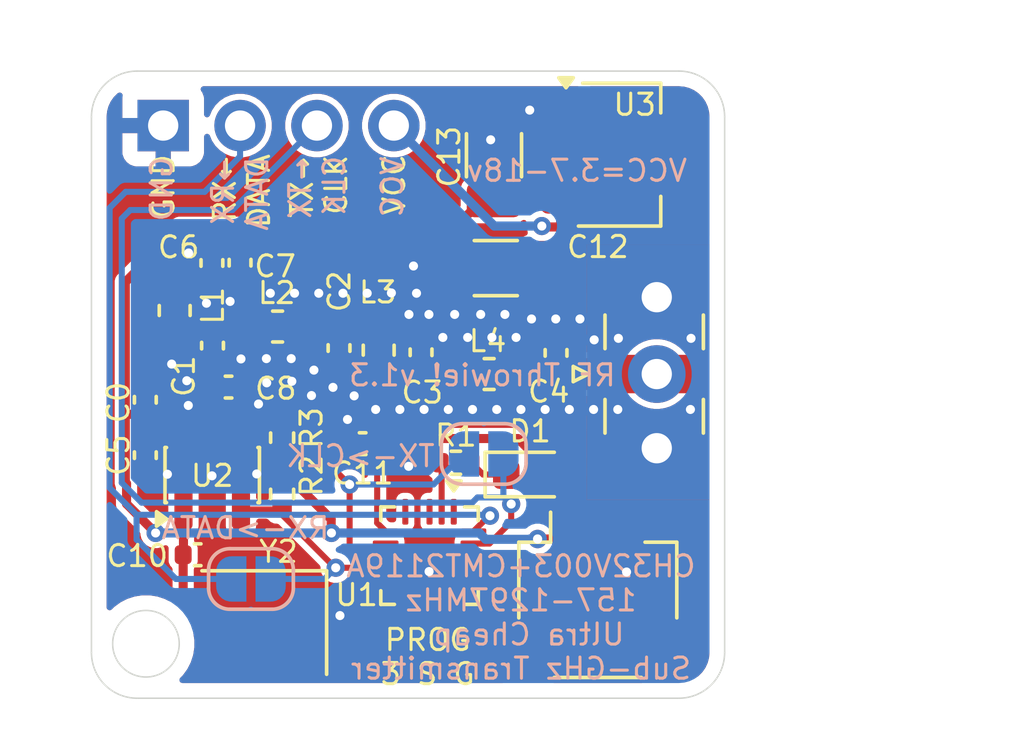
<source format=kicad_pcb>
(kicad_pcb (version 20241229) (generator "pcbnew") (generator_version "9.0")
  (layers (0 "F.Cu" signal) (2 "B.Cu" signal) (13 "F.Paste" user) (15 "B.Paste" user) (5 "F.SilkS" user "F.Silkscreen") (7 "B.SilkS" user "B.Silkscreen") (1 "F.Mask" user) (3 "B.Mask" user) (25 "Edge.Cuts" user))
  (net 0 "")
  (net 1 "VCC")
  (net 2 "GND")
  (net 3 "SWIO")
  (net 5 "Net-(U1-PA1)")
  (net 8 "TX")
  (net 9 "DATA")
  (net 10 "CLK")
  (net 13 "RX")
  (net 20 "+3.3V")
  (net 22 "Net-(U2-RFO)")
  (net 23 "Net-(U2-XTAL)")
  (net 24 "Net-(C1-Pad2)")
  (net 25 "Net-(C2-Pad1)")
  (net 26 "Net-(C3-Pad1)")
  (net 27 "Net-(J2-In)")
  (net 28 "Net-(D1-K)")
  (footprint "Resistor_SMD:R_0402_1005Metric" (layer "F.Cu") (at 139.05 95.08 180)
    (property "Reference" "R1" (at 0 0.9 0) (layer "F.SilkS") (effects (font (size 0.7 0.7) (thickness 0.1))))
    (property "Value" "1.5k")
    (fp_line (start -0.153641 0.38) (end 0.153641 0.38) (stroke (width 0.12)) (layer "F.SilkS"))
    (fp_line (start -0.153641 -0.38) (end 0.153641 -0.38) (stroke (width 0.12)) (layer "F.SilkS"))
    (pad "1" smd roundrect (at -0.51 0 180) (size 0.54 0.64) (layers "F.Cu" "F.Mask" "F.Paste") (net 28 "Net-(D1-K)"))
    (pad "2" smd roundrect (at 0.51 0 180) (size 0.54 0.64) (layers "F.Cu" "F.Mask" "F.Paste") (net 5 "Net-(U1-PA1)"))
  )
  (footprint "Connector_PinHeader_2.54mm:PinHeader_1x04_P2.54mm_Vertical" (layer "F.Cu") (at 129.38 83.94 90)
    (property "Reference" "J1" (hide yes))
    (property "Value" "PWR+UART")
    (pad "1" thru_hole rect (at 0 0 90) (size 1.7 1.7) (drill 1) (layers "*.Cu" "*.Mask") (net 2 "GND"))
    (pad "2" thru_hole circle (at 0 2.54 90) (size 1.7 1.7) (drill 1) (layers "*.Cu" "*.Mask") (net 13 "RX"))
    (pad "3" thru_hole circle (at 0 5.08 90) (size 1.7 1.7) (drill 1) (layers "*.Cu" "*.Mask") (net 8 "TX"))
    (pad "4" thru_hole circle (at 0 7.62 90) (size 1.7 1.7) (drill 1) (layers "*.Cu" "*.Mask") (net 1 "VCC"))
  )
  (footprint "Connector_JST:JST_SH_SM03B-SRSS-TB_1x03-1MP_P1.00mm_Horizontal" (layer "F.Cu") (at 143.74 99.49)
    (property "Reference" "J4" (hide yes))
    (property "Value" "PROG")
    (fp_line (start -2.61 -1.785) (end -1.56 -1.785) (stroke (width 0.12)) (layer "F.SilkS"))
    (fp_line (start -2.61 0.715) (end -2.61 -1.785) (stroke (width 0.12)) (layer "F.SilkS"))
    (fp_line (start -1.56 -1.785) (end -1.56 -2.775) (stroke (width 0.12)) (layer "F.SilkS"))
    (fp_line (start -1.44 2.685) (end 1.44 2.685) (stroke (width 0.12)) (layer "F.SilkS"))
    (fp_line (start 2.61 -1.785) (end 1.56 -1.785) (stroke (width 0.12)) (layer "F.SilkS"))
    (fp_line (start 2.61 0.715) (end 2.61 -1.785) (stroke (width 0.12)) (layer "F.SilkS"))
    (pad "1" smd roundrect (at -1 -2) (size 0.6 1.55) (layers "F.Cu" "F.Mask" "F.Paste") (net 20 "+3.3V"))
    (pad "2" smd roundrect (at 0 -2) (size 0.6 1.55) (layers "F.Cu" "F.Mask" "F.Paste") (net 3 "SWIO"))
    (pad "3" smd roundrect (at 1 -2) (size 0.6 1.55) (layers "F.Cu" "F.Mask" "F.Paste") (net 2 "GND"))
    (pad "MP" smd roundrect (at -2.3 1.875) (size 1.2 1.8) (layers "F.Cu" "F.Mask" "F.Paste") (roundrect_rratio 0.208333))
    (pad "MP" smd roundrect (at 2.3 1.875) (size 1.2 1.8) (layers "F.Cu" "F.Mask" "F.Paste") (roundrect_rratio 0.208333))
  )
  (footprint "Inductor_SMD:L_0603_1608Metric" (layer "F.Cu") (at 133.16 90.58)
    (property "Reference" "L2" (at -0.03 -1.11 0) (layer "F.SilkS") (effects (font (size 0.7 0.7) (thickness 0.1))))
    (property "Value" "5.6n")
    (fp_line (start -0.162779 -0.51) (end 0.162779 -0.51) (stroke (width 0.12)) (layer "F.SilkS"))
    (fp_line (start -0.162779 0.51) (end 0.162779 0.51) (stroke (width 0.12)) (layer "F.SilkS"))
    (pad "1" smd roundrect (at -0.7875 0) (size 0.875 0.95) (layers "F.Cu" "F.Mask" "F.Paste") (net 24 "Net-(C1-Pad2)"))
    (pad "2" smd roundrect (at 0.7875 0) (size 0.875 0.95) (layers "F.Cu" "F.Mask" "F.Paste") (net 25 "Net-(C2-Pad1)"))
  )
  (footprint "Capacitor_SMD:C_0402_1005Metric" (layer "F.Cu") (at 135.97 94.45 180)
    (property "Reference" "C11" (at 0 -0.98 180) (layer "F.SilkS") (effects (font (size 0.7 0.7) (thickness 0.1))))
    (property "Value" "1u")
    (fp_line (start -0.107836 0.36) (end 0.107836 0.36) (stroke (width 0.12)) (layer "F.SilkS"))
    (fp_line (start -0.107836 -0.36) (end 0.107836 -0.36) (stroke (width 0.12)) (layer "F.SilkS"))
    (pad "1" smd roundrect (at -0.48 0 180) (size 0.56 0.62) (layers "F.Cu" "F.Mask" "F.Paste") (net 20 "+3.3V"))
    (pad "2" smd roundrect (at 0.48 0 180) (size 0.56 0.62) (layers "F.Cu" "F.Mask" "F.Paste") (net 2 "GND"))
  )
  (footprint "Resistor_SMD:R_0402_1005Metric" (layer "F.Cu") (at 133.31 94.25 90)
    (property "Reference" "R3" (at 0.32 0.97 90) (layer "F.SilkS") (effects (font (size 0.7 0.7) (thickness 0.1))))
    (property "Value" "1.5k")
    (fp_line (start -0.153641 -0.38) (end 0.153641 -0.38) (stroke (width 0.12)) (layer "F.SilkS"))
    (fp_line (start -0.153641 0.38) (end 0.153641 0.38) (stroke (width 0.12)) (layer "F.SilkS"))
    (pad "1" smd roundrect (at -0.51 0 90) (size 0.54 0.64) (layers "F.Cu" "F.Mask" "F.Paste") (net 20 "+3.3V"))
    (pad "2" smd roundrect (at 0.51 0 90) (size 0.54 0.64) (layers "F.Cu" "F.Mask" "F.Paste") (net 10 "CLK"))
  )
  (footprint "Package_TO_SOT_SMD:SOT-89-3" (layer "F.Cu") (at 144.46 84.9)
    (property "Reference" "U3" (at 0.5 -1.65 0) (layer "F.SilkS") (effects (font (size 0.7 0.7) (thickness 0.1))))
    (property "Value" "ME6118A33PG")
    (fp_line (start -1.22 -2.36) (end 1.36 -2.36) (stroke (width 0.12)) (layer "F.SilkS"))
    (fp_line (start 1.36 -1.38) (end 1.36 -2.36) (stroke (width 0.12)) (layer "F.SilkS"))
    (fp_line (start 1.36 1.38) (end 1.36 2.36) (stroke (width 0.12)) (layer "F.SilkS"))
    (fp_line (start 1.36 2.36) (end -1.36 2.36) (stroke (width 0.12)) (layer "F.SilkS"))
    (fp_poly (pts (xy -1.77 -2.21) (xy -2.01 -2.54) (xy -1.53 -2.54) (xy -1.77 -2.21)) (stroke (width 0.12)) (fill yes) (layer "F.SilkS"))
    (pad "1" smd roundrect (at -1.95 -1.5) (size 1.3 0.9) (layers "F.Cu" "F.Mask" "F.Paste") (net 2 "GND"))
    (pad "2" smd custom (at -1.8625 0) (size 1.475 0.9) (layers "F.Cu" "F.Mask" "F.Paste") (net 20 "+3.3V") (options (clearance outline) (anchor rect)) (primitives (gr_poly (pts (xy 3.8625 0.8665) (xy 0.7375 0.8665) (xy 0.7375 -0.8665) (xy 3.8625 -0.8665)) (width 0) (fill yes))))
    (pad "3" smd roundrect (at -1.95 1.5) (size 1.3 0.9) (layers "F.Cu" "F.Mask" "F.Paste") (net 1 "VCC"))
  )
  (footprint "Capacitor_SMD:C_1206_3216Metric" (layer "F.Cu") (at 140.31 84.92 90)
    (property "Reference" "C13" (at -0.05 -1.48 270) (layer "F.SilkS") (effects (font (size 0.7 0.7) (thickness 0.1))))
    (property "Value" "10u")
    (fp_line (start -0.711252 -0.91) (end 0.711252 -0.91) (stroke (width 0.12)) (layer "F.SilkS"))
    (fp_line (start -0.711252 0.91) (end 0.711252 0.91) (stroke (width 0.12)) (layer "F.SilkS"))
    (pad "1" smd roundrect (at -1.475 0 90) (size 1.15 1.8) (layers "F.Cu" "F.Mask" "F.Paste") (roundrect_rratio 0.217391) (net 20 "+3.3V"))
    (pad "2" smd roundrect (at 1.475 0 90) (size 1.15 1.8) (layers "F.Cu" "F.Mask" "F.Paste") (roundrect_rratio 0.217391) (net 2 "GND"))
  )
  (footprint "Capacitor_SMD:C_0402_1005Metric" (layer "F.Cu") (at 142.36 91.45 90)
    (property "Reference" "C4" (at -1.28 -0.24 180) (layer "F.SilkS") (effects (font (size 0.7 0.7) (thickness 0.1))))
    (property "Value" "DNP")
    (fp_line (start -0.107836 -0.36) (end 0.107836 -0.36) (stroke (width 0.12)) (layer "F.SilkS"))
    (fp_line (start -0.107836 0.36) (end 0.107836 0.36) (stroke (width 0.12)) (layer "F.SilkS"))
    (pad "1" smd roundrect (at -0.48 0 90) (size 0.56 0.62) (layers "F.Cu" "F.Mask" "F.Paste") (net 27 "Net-(J2-In)"))
    (pad "2" smd roundrect (at 0.48 0 90) (size 0.56 0.62) (layers "F.Cu" "F.Mask" "F.Paste") (net 2 "GND"))
  )
  (footprint "Package_TO_SOT_SMD:SOT-23-6" (layer "F.Cu") (at 131 95.4875 90)
    (property "Reference" "U2" (at -0.0225 0 180) (layer "F.SilkS") (effects (font (size 0.7 0.7) (thickness 0.1))))
    (property "Value" "CMT2119A")
    (fp_line (start 0.91 -1.56) (end 0.91 -1.51) (stroke (width 0.12)) (layer "F.SilkS"))
    (fp_line (start -0.91 -1.56) (end 0.91 -1.56) (stroke (width 0.12)) (layer "F.SilkS"))
    (fp_line (start -0.91 -1.51) (end -0.91 -1.56) (stroke (width 0.12)) (layer "F.SilkS"))
    (fp_line (start 0.91 1.51) (end 0.91 1.56) (stroke (width 0.12)) (layer "F.SilkS"))
    (fp_line (start 0.91 1.56) (end -0.91 1.56) (stroke (width 0.12)) (layer "F.SilkS"))
    (fp_line (start -0.91 1.56) (end -0.91 1.51) (stroke (width 0.12)) (layer "F.SilkS"))
    (fp_poly (pts (xy -1.45 -1.51) (xy -1.69 -1.84) (xy -1.21 -1.84)) (stroke (width 0.12)) (fill yes) (layer "F.SilkS"))
    (pad "1" smd roundrect (at -1.1375 -0.95 90) (size 1.325 0.6) (layers "F.Cu" "F.Mask" "F.Paste") (net 23 "Net-(U2-XTAL)"))
    (pad "2" smd roundrect (at -1.1375 0 90) (size 1.325 0.6) (layers "F.Cu" "F.Mask" "F.Paste") (net 2 "GND"))
    (pad "3" smd roundrect (at -1.1375 0.95 90) (size 1.325 0.6) (layers "F.Cu" "F.Mask" "F.Paste") (net 9 "DATA"))
    (pad "4" smd roundrect (at 1.1375 0.95 90) (size 1.325 0.6) (layers "F.Cu" "F.Mask" "F.Paste") (net 10 "CLK"))
    (pad "5" smd roundrect (at 1.1375 0 90) (size 1.325 0.6) (layers "F.Cu" "F.Mask" "F.Paste") (net 22 "Net-(U2-RFO)"))
    (pad "6" smd roundrect (at 1.1375 -0.95 90) (size 1.325 0.6) (layers "F.Cu" "F.Mask" "F.Paste") (net 20 "+3.3V"))
  )
  (footprint "Capacitor_SMD:C_0402_1005Metric" (layer "F.Cu") (at 135.19 91.29 -90)
    (property "Reference" "C2" (at -1.87 -0.01 90) (layer "F.SilkS") (effects (font (size 0.7 0.7) (thickness 0.1))))
    (property "Value" "10p")
    (fp_line (start -0.107836 0.36) (end 0.107836 0.36) (stroke (width 0.12)) (layer "F.SilkS"))
    (fp_line (start -0.107836 -0.36) (end 0.107836 -0.36) (stroke (width 0.12)) (layer "F.SilkS"))
    (pad "1" smd roundrect (at -0.48 0 270) (size 0.56 0.62) (layers "F.Cu" "F.Mask" "F.Paste") (net 25 "Net-(C2-Pad1)"))
    (pad "2" smd roundrect (at 0.48 0 270) (size 0.56 0.62) (layers "F.Cu" "F.Mask" "F.Paste") (net 2 "GND"))
  )
  (footprint "Resistor_SMD:R_0402_1005Metric" (layer "F.Cu") (at 133.31 96.11 -90)
    (property "Reference" "R2" (at -0.6 -0.97 90) (layer "F.SilkS") (effects (font (size 0.7 0.7) (thickness 0.1))))
    (property "Value" "1.5k")
    (fp_line (start -0.153641 0.38) (end 0.153641 0.38) (stroke (width 0.12)) (layer "F.SilkS"))
    (fp_line (start -0.153641 -0.38) (end 0.153641 -0.38) (stroke (width 0.12)) (layer "F.SilkS"))
    (pad "1" smd roundrect (at -0.51 0 270) (size 0.54 0.64) (layers "F.Cu" "F.Mask" "F.Paste") (net 20 "+3.3V"))
    (pad "2" smd roundrect (at 0.51 0 270) (size 0.54 0.64) (layers "F.Cu" "F.Mask" "F.Paste") (net 9 "DATA"))
  )
  (footprint "Capacitor_SMD:C_0402_1005Metric" (layer "F.Cu") (at 130.99 88.48 90)
    (property "Reference" "C6" (at 0.52 -1.1 180) (layer "F.SilkS") (effects (font (size 0.7 0.7) (thickness 0.1))))
    (property "Value" "220p")
    (fp_line (start -0.107836 -0.36) (end 0.107836 -0.36) (stroke (width 0.12)) (layer "F.SilkS"))
    (fp_line (start -0.107836 0.36) (end 0.107836 0.36) (stroke (width 0.12)) (layer "F.SilkS"))
    (pad "1" smd roundrect (at -0.48 0 90) (size 0.56 0.62) (layers "F.Cu" "F.Mask" "F.Paste") (net 20 "+3.3V"))
    (pad "2" smd roundrect (at 0.48 0 90) (size 0.56 0.62) (layers "F.Cu" "F.Mask" "F.Paste") (net 2 "GND"))
  )
  (footprint "Capacitor_SMD:C_0402_1005Metric" (layer "F.Cu") (at 130.52 98.12)
    (property "Reference" "C10" (at -2 0.04 0) (layer "F.SilkS") (effects (font (size 0.7 0.7) (thickness 0.1))))
    (property "Value" "DNP")
    (fp_line (start -0.107836 -0.36) (end 0.107836 -0.36) (stroke (width 0.12)) (layer "F.SilkS"))
    (fp_line (start -0.107836 0.36) (end 0.107836 0.36) (stroke (width 0.12)) (layer "F.SilkS"))
    (pad "1" smd roundrect (at -0.48 0) (size 0.56 0.62) (layers "F.Cu" "F.Mask" "F.Paste") (net 23 "Net-(U2-XTAL)"))
    (pad "2" smd roundrect (at 0.48 0) (size 0.56 0.62) (layers "F.Cu" "F.Mask" "F.Paste") (net 2 "GND"))
  )
  (footprint "LED_SMD:LED_0603_1608Metric" (layer "F.Cu") (at 141.5025 95.47)
    (property "Reference" "D1" (at 0 -1.43 0) (layer "F.SilkS") (effects (font (size 0.7 0.7) (thickness 0.1))))
    (property "Value" "GREEN")
    (fp_line (start -1.485 -0.735) (end -1.485 0.735) (stroke (width 0.12)) (layer "F.SilkS"))
    (fp_line (start -1.485 0.735) (end 0.8 0.735) (stroke (width 0.12)) (layer "F.SilkS"))
    (fp_line (start 0.8 -0.735) (end -1.485 -0.735) (stroke (width 0.12)) (layer "F.SilkS"))
    (pad "1" smd roundrect (at -0.7875 0) (size 0.875 0.95) (layers "F.Cu" "F.Mask" "F.Paste") (net 28 "Net-(D1-K)"))
    (pad "2" smd roundrect (at 0.7875 0) (size 0.875 0.95) (layers "F.Cu" "F.Mask" "F.Paste") (net 20 "+3.3V"))
  )
  (footprint "Capacitor_SMD:C_0402_1005Metric" (layer "F.Cu") (at 128.79 93 90)
    (property "Reference" "C0" (at -0.09 -0.89 90) (layer "F.SilkS") (effects (font (size 0.7 0.7) (thickness 0.1))))
    (property "Value" "1u")
    (fp_line (start -0.107836 -0.36) (end 0.107836 -0.36) (stroke (width 0.12)) (layer "F.SilkS"))
    (fp_line (start -0.107836 0.36) (end 0.107836 0.36) (stroke (width 0.12)) (layer "F.SilkS"))
    (pad "1" smd roundrect (at -0.48 0 90) (size 0.56 0.62) (layers "F.Cu" "F.Mask" "F.Paste") (net 20 "+3.3V"))
    (pad "2" smd roundrect (at 0.48 0 90) (size 0.56 0.62) (layers "F.Cu" "F.Mask" "F.Paste") (net 2 "GND"))
  )
  (footprint "Capacitor_SMD:C_0402_1005Metric" (layer "F.Cu") (at 131.01 91.21 90)
    (property "Reference" "C1" (at -1.01 -0.95 90) (layer "F.SilkS") (effects (font (size 0.7 0.7) (thickness 0.1))))
    (property "Value" "68p")
    (fp_line (start -0.107836 -0.36) (end 0.107836 -0.36) (stroke (width 0.12)) (layer "F.SilkS"))
    (fp_line (start -0.107836 0.36) (end 0.107836 0.36) (stroke (width 0.12)) (layer "F.SilkS"))
    (pad "1" smd roundrect (at -0.48 0 90) (size 0.56 0.62) (layers "F.Cu" "F.Mask" "F.Paste") (net 22 "Net-(U2-RFO)"))
    (pad "2" smd roundrect (at 0.48 0 90) (size 0.56 0.62) (layers "F.Cu" "F.Mask" "F.Paste") (net 24 "Net-(C1-Pad2)"))
  )
  (footprint "Capacitor_SMD:C_0402_1005Metric" (layer "F.Cu") (at 137.9 91.43 90)
    (property "Reference" "C3" (at -1.33 0.04 180) (layer "F.SilkS") (effects (font (size 0.7 0.7) (thickness 0.1))))
    (property "Value" "5.1p")
    (fp_line (start -0.107836 -0.36) (end 0.107836 -0.36) (stroke (width 0.12)) (layer "F.SilkS"))
    (fp_line (start -0.107836 0.36) (end 0.107836 0.36) (stroke (width 0.12)) (layer "F.SilkS"))
    (pad "1" smd roundrect (at -0.48 0 90) (size 0.56 0.62) (layers "F.Cu" "F.Mask" "F.Paste") (net 26 "Net-(C3-Pad1)"))
    (pad "2" smd roundrect (at 0.48 0 90) (size 0.56 0.62) (layers "F.Cu" "F.Mask" "F.Paste") (net 2 "GND"))
  )
  (footprint "Crystal:Crystal_SMD_3225-4Pin_3.2x2.5mm" (layer "F.Cu") (at 132.72 100.36 180)
    (property "Reference" "Y2" (at -0.47 2.34 0) (layer "F.SilkS") (effects (font (size 0.7 0.7) (thickness 0.1))))
    (property "Value" "26MHz")
    (fp_line (start -2.06 1.71) (end 2.06 1.71) (stroke (width 0.12)) (layer "F.SilkS"))
    (fp_line (start -2.06 -1.71) (end -2.06 1.71) (stroke (width 0.12)) (layer "F.SilkS"))
    (pad "1" smd roundrect (at -1.1 0.85 180) (size 1.4 1.2) (layers "F.Cu" "F.Mask" "F.Paste") (roundrect_rratio 0.208333) (net 2 "GND"))
    (pad "2" smd roundrect (at 1.1 0.85 180) (size 1.4 1.2) (layers "F.Cu" "F.Mask" "F.Paste") (roundrect_rratio 0.208333) (net 2 "GND"))
    (pad "3" smd roundrect (at 1.1 -0.85 180) (size 1.4 1.2) (layers "F.Cu" "F.Mask" "F.Paste") (roundrect_rratio 0.208333) (net 23 "Net-(U2-XTAL)"))
    (pad "4" smd roundrect (at -1.1 -0.85 180) (size 1.4 1.2) (layers "F.Cu" "F.Mask" "F.Paste") (roundrect_rratio 0.208333) (net 2 "GND"))
  )
  (footprint "Package_DFN_QFN:QFN-20-1EP_3x3mm_P0.4mm_EP1.65x1.65mm" (layer "F.Cu") (at 138.18 98.15 -90)
    (property "Reference" "U1" (at 1.3 2.41 180) (layer "F.SilkS") (effects (font (size 0.7 0.7) (thickness 0.1))))
    (property "Value" "CH32V003FxUx")
    (fp_line (start -1.61 1.61) (end -1.61 1.16) (stroke (width 0.12)) (layer "F.SilkS"))
    (fp_line (start -1.16 1.61) (end -1.61 1.61) (stroke (width 0.12)) (layer "F.SilkS"))
    (fp_line (start 1.61 1.61) (end 1.16 1.61) (stroke (width 0.12)) (layer "F.SilkS"))
    (fp_line (start 1.61 1.16) (end 1.61 1.61) (stroke (width 0.12)) (layer "F.SilkS"))
    (fp_line (start -1.61 -1.16) (end -1.61 -1.61) (stroke (width 0.12)) (layer "F.SilkS"))
    (fp_line (start -1.61 -1.61) (end -1.16 -1.61) (stroke (width 0.12)) (layer "F.SilkS"))
    (fp_line (start 1.16 -1.61) (end 1.61 -1.61) (stroke (width 0.12)) (layer "F.SilkS"))
    (fp_line (start 1.61 -1.61) (end 1.61 -1.16) (stroke (width 0.12)) (layer "F.SilkS"))
    (fp_poly (pts (xy -2.14 -0.8) (xy -2.47 -0.56) (xy -2.47 -1.04)) (stroke (width 0.12)) (fill yes) (layer "F.SilkS"))
    (pad "1" smd roundrect (at -1.45 -0.8 270) (size 0.85 0.2) (layers "F.Cu" "F.Mask" "F.Paste"))
    (pad "2" smd roundrect (at -1.45 -0.4 270) (size 0.85 0.2) (layers "F.Cu" "F.Mask" "F.Paste") (net 5 "Net-(U1-PA1)"))
    (pad "3" smd roundrect (at -1.45 0 270) (size 0.85 0.2) (layers "F.Cu" "F.Mask" "F.Paste"))
    (pad "4" smd roundrect (at -1.45 0.4 270) (size 0.85 0.2) (layers "F.Cu" "F.Mask" "F.Paste") (net 2 "GND"))
    (pad "5" smd roundrect (at -1.45 0.8 270) (size 0.85 0.2) (layers "F.Cu" "F.Mask" "F.Paste"))
    (pad "6" smd roundrect (at -0.8 1.45 270) (size 0.2 0.85) (layers "F.Cu" "F.Mask" "F.Paste") (net 20 "+3.3V"))
    (pad "7" smd roundrect (at -0.4 1.45 270) (size 0.2 0.85) (layers "F.Cu" "F.Mask" "F.Paste"))
    (pad "8" smd roundrect (at 0 1.45 270) (size 0.2 0.85) (layers "F.Cu" "F.Mask" "F.Paste") (net 10 "CLK"))
    (pad "9" smd roundrect (at 0.4 1.45 270) (size 0.2 0.85) (layers "F.Cu" "F.Mask" "F.Paste") (net 9 "DATA"))
    (pad "10" smd roundrect (at 0.8 1.45 270) (size 0.2 0.85) (layers "F.Cu" "F.Mask" "F.Paste"))
    (pad "11" smd roundrect (at 1.45 0.8 270) (size 0.85 0.2) (layers "F.Cu" "F.Mask" "F.Paste"))
    (pad "12" smd roundrect (at 1.45 0.4 270) (size 0.85 0.2) (layers "F.Cu" "F.Mask" "F.Paste"))
    (pad "13" smd roundrect (at 1.45 0 270) (size 0.85 0.2) (layers "F.Cu" "F.Mask" "F.Paste"))
    (pad "14" smd roundrect (at 1.45 -0.4 270) (size 0.85 0.2) (layers "F.Cu" "F.Mask" "F.Paste"))
    (pad "15" smd roundrect (at 1.45 -0.8 270) (size 0.85 0.2) (layers "F.Cu" "F.Mask" "F.Paste") (net 3 "SWIO"))
    (pad "16" smd roundrect (at 0.8 -1.45 270) (size 0.2 0.85) (layers "F.Cu" "F.Mask" "F.Paste"))
    (pad "17" smd roundrect (at 0.4 -1.45 270) (size 0.2 0.85) (layers "F.Cu" "F.Mask" "F.Paste"))
    (pad "18" smd roundrect (at 0 -1.45 270) (size 0.2 0.85) (layers "F.Cu" "F.Mask" "F.Paste"))
    (pad "19" smd roundrect (at -0.4 -1.45 270) (size 0.2 0.85) (layers "F.Cu" "F.Mask" "F.Paste") (net 8 "TX"))
    (pad "20" smd roundrect (at -0.8 -1.45 270) (size 0.2 0.85) (layers "F.Cu" "F.Mask" "F.Paste") (net 13 "RX"))
    (pad "21" smd rect (at 0 0 270) (size 1.65 1.65) (property pad_prop_heatsink) (layers "F.Cu" "F.Mask") (net 2 "GND"))
  )
  (footprint "Capacitor_SMD:C_0402_1005Metric" (layer "F.Cu") (at 131.92 88.47 90)
    (property "Reference" "C7" (at -0.12 1.16 180) (layer "F.SilkS") (effects (font (size 0.7 0.7) (thickness 0.1))))
    (property "Value" "DNP")
    (fp_line (start -0.107836 -0.36) (end 0.107836 -0.36) (stroke (width 0.12)) (layer "F.SilkS"))
    (fp_line (start -0.107836 0.36) (end 0.107836 0.36) (stroke (width 0.12)) (layer "F.SilkS"))
    (pad "1" smd roundrect (at -0.48 0 90) (size 0.56 0.62) (layers "F.Cu" "F.Mask" "F.Paste") (net 20 "+3.3V"))
    (pad "2" smd roundrect (at 0.48 0 90) (size 0.56 0.62) (layers "F.Cu" "F.Mask" "F.Paste") (net 2 "GND"))
  )
  (footprint "Capacitor_SMD:C_0402_1005Metric" (layer "F.Cu") (at 128.79 94.83 -90)
    (property "Reference" "C5" (at 0 0.89 90) (layer "F.SilkS") (effects (font (size 0.7 0.7) (thickness 0.1))))
    (property "Value" "1n")
    (fp_line (start -0.107836 0.36) (end 0.107836 0.36) (stroke (width 0.12)) (layer "F.SilkS"))
    (fp_line (start -0.107836 -0.36) (end 0.107836 -0.36) (stroke (width 0.12)) (layer "F.SilkS"))
    (pad "1" smd roundrect (at -0.48 0 270) (size 0.56 0.62) (layers "F.Cu" "F.Mask" "F.Paste") (net 20 "+3.3V"))
    (pad "2" smd roundrect (at 0.48 0 270) (size 0.56 0.62) (layers "F.Cu" "F.Mask" "F.Paste") (net 2 "GND"))
  )
  (footprint "Inductor_SMD:L_0603_1608Metric" (layer "F.Cu") (at 129.76 90.05 -90)
    (property "Reference" "L1" (at -0.16 -1.26 90) (layer "F.SilkS") (effects (font (size 0.7 0.7) (thickness 0.1))))
    (property "Value" "100n")
    (fp_line (start -0.162779 0.51) (end 0.162779 0.51) (stroke (width 0.12)) (layer "F.SilkS"))
    (fp_line (start -0.162779 -0.51) (end 0.162779 -0.51) (stroke (width 0.12)) (layer "F.SilkS"))
    (pad "1" smd roundrect (at -0.7875 0 270) (size 0.875 0.95) (layers "F.Cu" "F.Mask" "F.Paste") (net 20 "+3.3V"))
    (pad "2" smd roundrect (at 0.7875 0 270) (size 0.875 0.95) (layers "F.Cu" "F.Mask" "F.Paste") (net 22 "Net-(U2-RFO)"))
  )
  (footprint "Inductor_SMD:L_0603_1608Metric" (layer "F.Cu") (at 140.15 92.15)
    (property "Reference" "L4" (at -0.05 -1.09 0) (layer "F.SilkS") (effects (font (size 0.7 0.7) (thickness 0.1))))
    (property "Value" "short")
    (fp_line (start -0.162779 -0.51) (end 0.162779 -0.51) (stroke (width 0.12)) (layer "F.SilkS"))
    (fp_line (start -0.162779 0.51) (end 0.162779 0.51) (stroke (width 0.12)) (layer "F.SilkS"))
    (pad "1" smd roundrect (at -0.7875 0) (size 0.875 0.95) (layers "F.Cu" "F.Mask" "F.Paste") (net 26 "Net-(C3-Pad1)"))
    (pad "2" smd roundrect (at 0.7875 0) (size 0.875 0.95) (layers "F.Cu" "F.Mask" "F.Paste") (net 27 "Net-(J2-In)"))
  )
  (footprint "Capacitor_SMD:C_1206_3216Metric" (layer "F.Cu") (at 140.37 88.65 180)
    (property "Reference" "C12" (at -3.37 0.7 0) (layer "F.SilkS") (effects (font (size 0.7 0.7) (thickness 0.1))))
    (property "Value" "10u")
    (fp_line (start -0.711252 0.91) (end 0.711252 0.91) (stroke (width 0.12)) (layer "F.SilkS"))
    (fp_line (start -0.711252 -0.91) (end 0.711252 -0.91) (stroke (width 0.12)) (layer "F.SilkS"))
    (pad "1" smd roundrect (at -1.475 0 180) (size 1.15 1.8) (layers "F.Cu" "F.Mask" "F.Paste") (roundrect_rratio 0.217391) (net 1 "VCC"))
    (pad "2" smd roundrect (at 1.475 0 180) (size 1.15 1.8) (layers "F.Cu" "F.Mask" "F.Paste") (roundrect_rratio 0.217391) (net 2 "GND"))
  )
  (footprint "Connector_Coaxial:SMA_Samtec_SMA-J-P-H-ST-EM1_EdgeMount" (layer "F.Cu") (at 145.6875 92.15)
    (property "Reference" "J2" (hide yes))
    (property "Value" "Conn_Coaxial")
    (fp_line (start -2.76 -0.25) (end -2.76 0.25) (stroke (width 0.12)) (layer "F.SilkS"))
    (fp_line (start -2.76 0.25) (end -2.26 0) (stroke (width 0.12)) (layer "F.SilkS"))
    (fp_line (start -2.26 0) (end -2.76 -0.25) (stroke (width 0.12)) (layer "F.SilkS"))
    (fp_line (start -1.71 -0.84) (end -1.71 -1.95) (stroke (width 0.12)) (layer "F.SilkS"))
    (fp_line (start -1.71 1.95) (end -1.71 0.84) (stroke (width 0.12)) (layer "F.SilkS"))
    (fp_line (start 1.54 -0.84) (end 1.54 -1.95) (stroke (width 0.12)) (layer "F.SilkS"))
    (fp_line (start 1.54 1.95) (end 1.54 0.84) (stroke (width 0.12)) (layer "F.SilkS"))
    (pad "1" smd roundrect (at 0 0 90) (size 1.27 3.2) (layers "F.Cu" "F.Mask") (roundrect_rratio 0.1968503937) (net 27 "Net-(J2-In)"))
    (pad "1" thru_hole circle (at 0 0) (size 1.905 1.905) (drill 1) (layers "*.Cu" "*.Mask") (net 27 "Net-(J2-In)"))
    (pad "2" smd roundrect (at -0.25 -2.825 90) (size 1.35 3.7) (layers "F.Cu" "F.Mask") (roundrect_rratio 0.1851851852) (net 2 "GND"))
    (pad "2" smd roundrect (at -0.25 -2.825 90) (size 1.35 3.7) (layers "B.Cu" "B.Mask") (roundrect_rratio 0.1851851852) (net 2 "GND"))
    (pad "2" smd roundrect (at -0.25 2.825 90) (size 1.35 3.7) (layers "F.Cu" "F.Mask") (roundrect_rratio 0.1851851852) (net 2 "GND"))
    (pad "2" smd roundrect (at -0.25 2.825 90) (size 1.35 3.7) (layers "B.Cu" "B.Mask") (roundrect_rratio 0.1851851852) (net 2 "GND"))
    (pad "2" thru_hole circle (at 0 -2.54) (size 1.905 1.905) (drill 1) (layers "*.Cu" "*.Mask") (net 2 "GND"))
    (pad "2" thru_hole circle (at 0 2.45) (size 1.905 1.905) (drill 1) (layers "*.Cu" "*.Mask") (net 2 "GND"))
  )
  (footprint "Capacitor_SMD:C_0402_1005Metric" (layer "F.Cu") (at 131.54 92.58)
    (property "Reference" "C8" (at 1.56 0.05 0) (layer "F.SilkS") (effects (font (size 0.7 0.7) (thickness 0.1))))
    (property "Value" "TBD")
    (fp_line (start -0.107836 -0.36) (end 0.107836 -0.36) (stroke (width 0.12)) (layer "F.SilkS"))
    (fp_line (start -0.107836 0.36) (end 0.107836 0.36) (stroke (width 0.12)) (layer "F.SilkS"))
    (pad "1" smd roundrect (at -0.48 0) (size 0.56 0.62) (layers "F.Cu" "F.Mask" "F.Paste") (net 22 "Net-(U2-RFO)"))
    (pad "2" smd roundrect (at 0.48 0) (size 0.56 0.62) (layers "F.Cu" "F.Mask" "F.Paste") (net 2 "GND"))
  )
  (footprint "Inductor_SMD:L_0603_1608Metric" (layer "F.Cu") (at 136.5 91.36 -90)
    (property "Reference" "L3" (at -1.91 0.03 180) (layer "F.SilkS") (effects (font (size 0.7 0.7) (thickness 0.1))))
    (property "Value" "8.2n")
    (fp_line (start -0.162779 0.51) (end 0.162779 0.51) (stroke (width 0.12)) (layer "F.SilkS"))
    (fp_line (start -0.162779 -0.51) (end 0.162779 -0.51) (stroke (width 0.12)) (layer "F.SilkS"))
    (pad "1" smd roundrect (at -0.7875 0 270) (size 0.875 0.95) (layers "F.Cu" "F.Mask" "F.Paste") (net 25 "Net-(C2-Pad1)"))
    (pad "2" smd roundrect (at 0.7875 0 270) (size 0.875 0.95) (layers "F.Cu" "F.Mask" "F.Paste") (net 26 "Net-(C3-Pad1)"))
  )
  (footprint "Jumper:SolderJumper-2_P1.3mm_Open_RoundedPad1.0x1.5mm" (layer "B.Cu") (at 139.97 94.79)
    (property "Reference" "JP2" (hide yes))
    (property "Value" "SolderJumper_2_Open")
    (fp_line (start -1.4 -0.3) (end -1.4 0.3) (stroke (width 0.12)) (layer "B.SilkS"))
    (fp_line (start -0.7 1) (end 0.7 1) (stroke (width 0.12)) (layer "B.SilkS"))
    (fp_line (start 0.7 -1) (end -0.7 -1) (stroke (width 0.12)) (layer "B.SilkS"))
    (fp_line (start 1.4 0.3) (end 1.4 -0.3) (stroke (width 0.12)) (layer "B.SilkS"))
    (fp_arc (start -1.4 -0.3) (mid -1.194975 -0.794975) (end -0.7 -1) (stroke (width 0.12)) (layer "B.SilkS"))
    (fp_arc (start -0.7 1) (mid -1.194975 0.794975) (end -1.4 0.3) (stroke (width 0.12)) (layer "B.SilkS"))
    (fp_arc (start 0.7 -1) (mid 1.194975 -0.794975) (end 1.4 -0.3) (stroke (width 0.12)) (layer "B.SilkS"))
    (fp_arc (start 1.4 0.3) (mid 1.194975 0.794975) (end 0.7 1) (stroke (width 0.12)) (layer "B.SilkS"))
    (pad "1" smd custom (at -0.65 0) (size 1 0.5) (layers "B.Cu" "B.Mask") (net 10 "CLK") (options (clearance outline) (anchor rect)) (primitives (gr_circle (center 0 -0.25) (end 0.5 -0.25) (width 0) (fill yes)) (gr_circle (center 0 0.25) (end 0.5 0.25) (width 0) (fill yes)) (gr_poly (pts (xy 0.5 -0.75) (xy 0 -0.75) (xy 0 0.75) (xy 0.5 0.75)) (width 0) (fill yes))))
    (pad "2" smd custom (at 0.65 0) (size 1 0.5) (layers "B.Cu" "B.Mask") (net 8 "TX") (options (clearance outline) (anchor rect)) (primitives (gr_circle (center 0 -0.25) (end 0.5 -0.25) (width 0) (fill yes)) (gr_circle (center 0 0.25) (end 0.5 0.25) (width 0) (fill yes)) (gr_poly (pts (xy 0 -0.75) (xy -0.5 -0.75) (xy -0.5 0.75) (xy 0 0.75)) (width 0) (fill yes))))
  )
  (footprint "Jumper:SolderJumper-2_P1.3mm_Open_RoundedPad1.0x1.5mm" (layer "B.Cu") (at 132.28 98.92 180)
    (property "Reference" "JP1" (hide yes))
    (property "Value" "SolderJumper_2_Open")
    (fp_line (start 1.4 0.3) (end 1.4 -0.3) (stroke (width 0.12)) (layer "B.SilkS"))
    (fp_line (start 0.7 -1) (end -0.7 -1) (stroke (width 0.12)) (layer "B.SilkS"))
    (fp_line (start -0.7 1) (end 0.7 1) (stroke (width 0.12)) (layer "B.SilkS"))
    (fp_line (start -1.4 -0.3) (end -1.4 0.3) (stroke (width 0.12)) (layer "B.SilkS"))
    (fp_arc (start 1.4 0.3) (mid 1.194975 0.794975) (end 0.7 1) (stroke (width 0.12)) (layer "B.SilkS"))
    (fp_arc (start 0.7 -1) (mid 1.194975 -0.794975) (end 1.4 -0.3) (stroke (width 0.12)) (layer "B.SilkS"))
    (fp_arc (start -0.7 1) (mid -1.194975 0.794975) (end -1.4 0.3) (stroke (width 0.12)) (layer "B.SilkS"))
    (fp_arc (start -1.4 -0.3) (mid -1.194975 -0.794975) (end -0.7 -1) (stroke (width 0.12)) (layer "B.SilkS"))
    (pad "1" smd custom (at -0.65 0 180) (size 1 0.5) (layers "B.Cu" "B.Mask") (net 9 "DATA") (options (clearance outline) (anchor rect)) (primitives (gr_circle (center 0 -0.25) (end 0.5 -0.25) (width 0) (fill yes)) (gr_circle (center 0 0.25) (end 0.5 0.25) (width 0) (fill yes)) (gr_poly (pts (xy 0.5 -0.75) (xy 0 -0.75) (xy 0 0.75) (xy 0.5 0.75)) (width 0) (fill yes))))
    (pad "2" smd custom (at 0.65 0 180) (size 1 0.5) (layers "B.Cu" "B.Mask") (net 13 "RX") (options (clearance outline) (anchor rect)) (primitives (gr_circle (center 0 -0.25) (end 0.5 -0.25) (width 0) (fill yes)) (gr_circle (center 0 0.25) (end 0.5 0.25) (width 0) (fill yes)) (gr_poly (pts (xy 0 -0.75) (xy -0.5 -0.75) (xy -0.5 0.75) (xy 0 0.75)) (width 0) (fill yes))))
  )
  (gr_line (start 147.93 101.35) (end 147.93 83.65) (stroke (width 0.05)) (layer "Edge.Cuts"))
  (gr_line (start 146.42 82.14) (end 128.52 82.14) (stroke (width 0.05)) (layer "Edge.Cuts"))
  (gr_circle (center 128.81 101.06) (end 128.81 99.96) (stroke (width 0.05)) (fill no) (layer "Edge.Cuts"))
  (gr_arc (start 128.52 102.86) (mid 127.452269 102.417731) (end 127.01 101.35) (stroke (width 0.05)) (layer "Edge.Cuts"))
  (gr_line (start 127.01 83.65) (end 127.01 101.35) (stroke (width 0.05)) (layer "Edge.Cuts"))
  (gr_arc (start 147.93 101.35) (mid 147.487731 102.417731) (end 146.42 102.86) (stroke (width 0.05)) (layer "Edge.Cuts"))
  (gr_arc (start 146.42 82.14) (mid 147.487731 82.582269) (end 147.93 83.65) (stroke (width 0.05)) (layer "Edge.Cuts"))
  (gr_arc (start 127.01 83.65) (mid 127.452269 82.582269) (end 128.52 82.14) (stroke (width 0.05)) (layer "Edge.Cuts"))
  (gr_line (start 128.52 102.86) (end 146.42 102.86) (stroke (width 0.05)) (layer "Edge.Cuts"))
  (gr_text "VCC" (at 137.42 84.83 90) (layer "F.SilkS") (effects (font (size 0.7 0.7) (thickness 0.1)) (justify right bottom)))
  (gr_text "PROG\n3 S G" (at 138.12 102.47 0) (layer "F.SilkS") (effects (font (size 0.7 0.7) (thickness 0.1)) (justify bottom)))
  (gr_text "GND" (at 129.8 84.83 90) (layer "F.SilkS") (effects (font (size 0.7 0.7) (thickness 0.1)) (justify right bottom)))
  (gr_text "TX→\nCLK" (at 134.53 84.85 90) (layer "F.SilkS") (effects (font (size 0.7 0.7) (thickness 0.1)) (justify right)))
  (gr_text "RX←\nDATA" (at 131.98 84.82 90) (layer "F.SilkS") (effects (font (size 0.7 0.7) (thickness 0.1)) (justify right)))
  (gr_text "GND" (at 129.74 84.9 90) (layer "B.SilkS") (effects (font (size 0.7 0.7) (thickness 0.1)) (justify left bottom mirror)))
  (gr_text "→RX\nDATA" (at 131.92 84.91 90) (layer "B.SilkS") (effects (font (size 0.7 0.7) (thickness 0.1)) (justify left mirror)))
  (gr_text "VCC=3.7-18v" (at 146.75 85.84 0) (layer "B.SilkS") (effects (font (size 0.7 0.7) (thickness 0.1)) (justify left bottom mirror)))
  (gr_text "VCC" (at 137.36 84.9 90) (layer "B.SilkS") (effects (font (size 0.7 0.7) (thickness 0.1)) (justify left bottom mirror)))
  (gr_text "CH32V003+CMT2119A\n157-1297MHz\nUltra Cheap \nSub-GHz Transmitter" (at 141.2 102.29 0) (layer "B.SilkS") (effects (font (size 0.7 0.7) (thickness 0.1)) (justify bottom mirror)))
  (gr_text "TX->CLK" (at 138.41 95.27 0) (layer "B.SilkS") (effects (font (size 0.7 0.7) (thickness 0.1)) (justify left bottom mirror)))
  (gr_text "←TX\nCLK" (at 134.47 84.88 90) (layer "B.SilkS") (effects (font (size 0.7 0.7) (thickness 0.1)) (justify left mirror)))
  (gr_text "RF Throwie! v1.3" (at 144.39 92.6 0) (layer "B.SilkS") (effects (font (size 0.7 0.7) (thickness 0.1)) (justify left bottom mirror)))
  (gr_text "RX->DATA" (at 134.93 97.65 0) (layer "B.SilkS") (effects (font (size 0.7 0.7) (thickness 0.1)) (justify left bottom mirror)))
  (segment (start 142.51 87.29) (end 141.92 87.29) (width 0.3) (layer "F.Cu") (net 1))
  (segment (start 142.51 87.29) (end 142.51 87.985) (width 0.3) (layer "F.Cu") (net 1))
  (segment (start 141.92 87.29) (end 141.89 87.26) (width 0.3) (layer "F.Cu") (net 1))
  (segment (start 142.51 86.4) (end 142.51 87.29) (width 0.3) (layer "F.Cu") (net 1))
  (segment (start 142.51 87.985) (end 141.845 88.65) (width 0.3) (layer "F.Cu") (net 1))
  (via (at 141.89 87.26) (size 0.6) (drill 0.3) (layers "F.Cu" "B.Cu") (net 1))
  (segment (start 141.89 87.26) (end 140.32 87.26) (width 0.3) (layer "B.Cu") (net 1))
  (segment (start 140.32 87.26) (end 137 83.94) (width 0.3) (layer "B.Cu") (net 1))
  (via (at 143.62 91.02) (size 0.6) (drill 0.3) (layers "F.Cu" "B.Cu") (net 2))
  (via (at 130.21 93.1875) (size 0.6) (drill 0.3) (layers "F.Cu" "B.Cu") (net 2))
  (via (at 135.32 89.48) (size 0.6) (drill 0.3) (layers "F.Cu" "B.Cu") (net 2))
  (via (at 132.79 91.64) (size 0.6) (drill 0.3) (layers "F.Cu" "B.Cu") (net 2))
  (via (at 134.52 89.48) (size 0.6) (drill 0.3) (layers "F.Cu" "B.Cu") (net 2))
  (via (at 140.24 90.94) (size 0.6) (drill 0.3) (layers "F.Cu" "B.Cu") (net 2))
  (via (at 134.99 92.59) (size 0.6) (drill 0.3) (layers "F.Cu" "B.Cu") (net 2))
  (via (at 146.82 90.97) (size 0.6) (drill 0.3) (layers "F.Cu" "B.Cu") (net 2))
  (via (at 141.2 93.32) (size 0.6) (drill 0.3) (layers "F.Cu" "B.Cu") (net 2))
  (via (at 138 93.32) (size 0.6) (drill 0.3) (layers "F.Cu" "B.Cu") (net 2))
  (via (at 136.92 89.47) (size 0.6) (drill 0.3) (layers "F.Cu" "B.Cu") (net 2))
  (via (at 138.165504 98.675) (size 0.6) (drill 0.3) (layers "F.Cu" "B.Cu") (net 2))
  (via (at 137.65 88.58) (size 0.6) (drill 0.3) (layers "F.Cu" "B.Cu") (net 2))
  (via (at 133.63 92.39) (size 0.6) (drill 0.3) (layers "F.Cu" "B.Cu") (net 2))
  (via (at 135.69 92.87) (size 0.6) (drill 0.3) (layers "F.Cu" "B.Cu") (net 2))
  (via (at 142.35 90.33) (size 0.6) (drill 0.3) (layers "F.Cu" "B.Cu") (net 2))
  (via (at 140.67 90.18) (size 0.6) (drill 0.3) (layers "F.Cu" "B.Cu") (net 2))
  (via (at 139.87 90.18) (size 0.6) (drill 0.3) (layers "F.Cu" "B.Cu") (net 2))
  (via (at 136.4 93.32) (size 0.6) (drill 0.3) (layers "F.Cu" "B.Cu") (net 2))
  (via (at 130.81 89.81) (size 0.6) (drill 0.3) (layers "F.Cu" "B.Cu") (net 2))
  (via (at 138.62 90.94) (size 0.6) (drill 0.3) (layers "F.Cu" "B.Cu") (net 2))
  (via (at 132.53 93.14) (size 0.6) (drill 0.3) (layers "F.Cu" "B.Cu") (net 2))
  (via (at 134.28 92.86) (size 0.6) (drill 0.3) (layers "F.Cu" "B.Cu") (net 2))
  (via (at 130.22 88.15) (size 0.6) (drill 0.3) (layers "F.Cu" "B.Cu") (net 2))
  (via (at 141.04 90.94) (size 0.6) (drill 0.3) (layers "F.Cu" "B.Cu") (net 2))
  (via (at 135.22 100.13) (size 0.6) (drill 0.3) (layers "F.Cu" "B.Cu") (net 2))
  (via (at 130.16 92.37) (size 0.6) (drill 0.3) (layers "F.Cu" "B.Cu") (net 2))
  (via (at 132.47 95.45) (size 0.6) (drill 0.3) (layers "F.Cu" "B.Cu") (net 2))
  (via (at 131.59 89.75) (size 0.6) (drill 0.3) (layers "F.Cu" "B.Cu") (net 2))
  (via (at 139.44 90.94) (size 0.6) (drill 0.3) (layers "F.Cu" "B.Cu") (net 2))
  (via (at 139.6 93.32) (size 0.6) (drill 0.3) (layers "F.Cu" "B.Cu") (net 2))
  (via (at 134.36 92.02) (size 0.6) (drill 0.3) (layers "F.Cu" "B.Cu") (net 2))
  (via (at 138.16 90.18) (size 0.6) (drill 0.3) (layers "F.Cu" "B.Cu") (net 2))
  (via (at 133.61 91.64) (size 0.6) (drill 0.3) (layers "F.Cu" "B.Cu") (net 2))
  (via (at 142 93.32) (size 0.6) (drill 0.3) (layers "F.Cu" "B.Cu") (net 2))
  (via (at 144.4 93.32) (size 0.6) (drill 0.3) (layers "F.Cu" "B.Cu") (net 2))
  (via (at 130.992372 95.5125) (size 0.6) (drill 0.3) (layers "F.Cu" "B.Cu") (net 2))
  (via (at 135.47 93.65) (size 0.6) (drill 0.3) (layers "F.Cu" "B.Cu") (net 2))
  (via (at 133.72 89.48) (size 0.6) (drill 0.3) (layers "F.Cu" "B.Cu") (net 2))
  (via (at 143.15 90.33) (size 0.6) (drill 0.3) (layers "F.Cu" "B.Cu") (net 2))
  (via (at 142.8 93.32) (size 0.6) (drill 0.3) (layers "F.Cu" "B.Cu") (net 2))
  (via (at 144.42 90.97) (size 0.6) (drill 0.3) (layers "F.Cu" "B.Cu") (net 2))
  (via (at 138.8 93.32) (size 0.6) (drill 0.3) (layers "F.Cu" "B.Cu") (net 2))
  (via (at 141.49 83.43) (size 0.6) (drill 0.3) (layers "F.Cu" "B.Cu") (net 2))
  (via (at 132.92 89.48) (size 0.6) (drill 0.3) (layers "F.Cu" "B.Cu") (net 2))
  (via (at 139.01 90.18) (size 0.6) (drill 0.3) (layers "F.Cu" "B.Cu") (net 2))
  (via (at 137.5 90.18) (size 0.6) (drill 0.3) (layers "F.Cu" "B.Cu") (net 2))
  (via (at 141.55 90.33) (size 0.6) (drill 0.3) (layers "F.Cu" "B.Cu") (net 2))
  (via (at 129.66 91.82) (size 0.6) (drill 0.3) (layers "F.Cu" "B.Cu") (net 2))
  (via (at 137.2 93.32) (size 0.6) (drill 0.3) (layers "F.Cu" "B.Cu") (net 2))
  (via (at 137.49 95.198735) (size 0.6) (drill 0.3) (layers "F.Cu" "B.Cu") (net 2))
  (via (at 132.8 92.44) (size 0.6) (drill 0.3) (layers "F.Cu" "B.Cu") (net 2))
  (via (at 143.6 93.32) (size 0.6) (drill 0.3) (layers "F.Cu" "B.Cu") (net 2))
  (via (at 140.4 93.32) (size 0.6) (drill 0.3) (layers "F.Cu" "B.Cu") (net 2))
  (via (at 146.8 93.32) (size 0.6) (drill 0.3) (layers "F.Cu" "B.Cu") (net 2))
  (via (at 144.69 98.69) (size 0.6) (drill 0.3) (layers "F.Cu" "B.Cu") (net 2))
  (via (at 131.95 91.65) (size 0.6) (drill 0.3) (layers "F.Cu" "B.Cu") (net 2))
  (via (at 140.2 84.41) (size 0.6) (drill 0.3) (layers "F.Cu" "B.Cu") (net 2))
  (via (at 136.12 89.48) (size 0.6) (drill 0.3) (layers "F.Cu" "B.Cu") (net 2))
  (via (at 137.75 89.48) (size 0.6) (drill 0.3) (layers "F.Cu" "B.Cu") (net 2))
  (via (at 129.52 95.46) (size 0.6) (drill 0.3) (layers "F.Cu" "B.Cu") (net 2))
  (segment (start 143.74 97.49) (end 143.74 98.774999) (width 0.2) (layer "F.Cu") (net 3))
  (segment (start 143.74 98.774999) (end 142.914999 99.6) (width 0.2) (layer "F.Cu") (net 3))
  (segment (start 143.73 97.5) (end 143.74 97.49) (width 0.3) (layer "F.Cu") (net 3))
  (segment (start 142.914999 99.6) (end 139.031 99.6) (width 0.2) (layer "F.Cu") (net 3))
  (segment (start 143.73 98.01) (end 143.73 97.5) (width 0.3) (layer "F.Cu") (net 3))
  (segment (start 138.58 96.7) (end 138.58 95.12) (width 0.2) (layer "F.Cu") (net 5))
  (segment (start 138.58 95.12) (end 138.54 95.08) (width 0.2) (layer "F.Cu") (net 5))
  (segment (start 140.878027 96.445) (end 140.878027 97.031973) (width 0.2) (layer "F.Cu") (net 8))
  (segment (start 140.878027 97.031973) (end 140.16 97.75) (width 0.2) (layer "F.Cu") (net 8))
  (segment (start 140.16 97.75) (end 139.63 97.75) (width 0.2) (layer "F.Cu") (net 8))
  (via (at 140.878027 96.445) (size 0.6) (drill 0.3) (layers "F.Cu" "B.Cu") (net 8))
  (segment (start 131.67 86.73) (end 134.46 83.94) (width 0.2) (layer "B.Cu") (net 8))
  (segment (start 128.666835 96.398735) (end 128.012 95.7439) (width 0.2) (layer "B.Cu") (net 8))
  (segment (start 140.62 96.186973) (end 140.878027 96.445) (width 0.2) (layer "B.Cu") (net 8))
  (segment (start 140.658978 96.225951) (end 139.764049 96.225951) (width 0.2) (layer "B.Cu") (net 8))
  (segment (start 128.292 86.73) (end 131.67 86.73) (width 0.2) (layer "B.Cu") (net 8))
  (segment (start 128.012 87.01) (end 128.292 86.73) (width 0.2) (layer "B.Cu") (net 8))
  (segment (start 140.62 94.79) (end 140.62 96.186973) (width 0.2) (layer "B.Cu") (net 8))
  (segment (start 128.012 95.7439) (end 128.012 87.01) (width 0.2) (layer "B.Cu") (net 8))
  (segment (start 139.591265 96.398735) (end 128.666835 96.398735) (width 0.2) (layer "B.Cu") (net 8))
  (segment (start 140.878027 96.445) (end 140.658978 96.225951) (width 0.2) (layer "B.Cu") (net 8))
  (segment (start 139.764049 96.225951) (end 139.591265 96.398735) (width 0.2) (layer "B.Cu") (net 8))
  (segment (start 135.08 98.55) (end 136.73 98.55) (width 0.2) (layer "F.Cu") (net 9))
  (segment (start 135.08 98.55) (end 135.06 98.55) (width 0.2) (layer "F.Cu") (net 9))
  (segment (start 133.31 96.8) (end 133.31 96.62) (width 0.2) (layer "F.Cu") (net 9))
  (segment (start 131.95 96.625) (end 133.305 96.625) (width 0.2) (layer "F.Cu") (net 9))
  (segment (start 135.06 98.55) (end 133.31 96.8) (width 0.2) (layer "F.Cu") (net 9))
  (via (at 135.08 98.55) (size 0.6) (drill 0.3) (layers "F.Cu" "B.Cu") (net 9))
  (segment (start 134.71 98.92) (end 135.08 98.55) (width 0.2) (layer "B.Cu") (net 9))
  (segment (start 132.93 98.92) (end 134.71 98.92) (width 0.2) (layer "B.Cu") (net 9))
  (segment (start 132.56 93.74) (end 133.31 93.74) (width 0.2) (layer "F.Cu") (net 10))
  (segment (start 135.528735 95.798735) (end 133.47 93.74) (width 0.2) (layer "F.Cu") (net 10))
  (segment (start 135.54 97.95) (end 135.74 98.15) (width 0.2) (layer "F.Cu") (net 10))
  (segment (start 131.95 94.35) (end 132.56 93.74) (width 0.2) (layer "F.Cu") (net 10))
  (segment (start 133.47 93.74) (end 133.31 93.74) (width 0.2) (layer "F.Cu") (net 10))
  (segment (start 135.54 95.798735) (end 135.54 97.95) (width 0.2) (layer "F.Cu") (net 10))
  (segment (start 135.54 95.798735) (end 135.528735 95.798735) (width 0.2) (layer "F.Cu") (net 10))
  (segment (start 135.74 98.15) (end 136.73 98.15) (width 0.2) (layer "F.Cu") (net 10))
  (via (at 135.54 95.798735) (size 0.6) (drill 0.3) (layers "F.Cu" "B.Cu") (net 10))
  (segment (start 139.32 94.79) (end 138.311265 95.798735) (width 0.2) (layer "B.Cu") (net 10))
  (segment (start 138.311265 95.798735) (end 135.54 95.798735) (width 0.2) (layer "B.Cu") (net 10))
  (segment (start 140.177428 96.831216) (end 140.148784 96.831216) (width 0.2) (layer "F.Cu") (net 13))
  (segment (start 140.148784 96.831216) (end 139.63 97.35) (width 0.2) (layer "F.Cu") (net 13))
  (via (at 140.177428 96.831216) (size 0.6) (drill 0.3) (layers "F.Cu" "B.Cu") (net 13))
  (segment (start 128.14 86.13) (end 130.75 86.13) (width 0.2) (layer "B.Cu") (net 13))
  (segment (start 131.92 84.96) (end 131.92 83.94) (width 0.2) (layer "B.Cu") (net 13))
  (segment (start 128.500735 96.799735) (end 127.611 95.91) (width 0.2) (layer "B.Cu") (net 13))
  (segment (start 130.75 86.13) (end 131.92 84.96) (width 0.2) (layer "B.Cu") (net 13))
  (segment (start 140.145947 96.799735) (end 128.500735 96.799735) (width 0.2) (layer "B.Cu") (net 13))
  (segment (start 131.63 98.92) (end 129.800057 98.92) (width 0.2) (layer "B.Cu") (net 13))
  (segment (start 127.611 86.659) (end 128.14 86.13) (width 0.2) (layer "B.Cu") (net 13))
  (segment (start 128.500735 97.620678) (end 128.500735 96.799735) (width 0.2) (layer "B.Cu") (net 13))
  (segment (start 127.611 95.91) (end 127.611 86.659) (width 0.2) (layer "B.Cu") (net 13))
  (segment (start 140.177428 96.831216) (end 140.145947 96.799735) (width 0.2) (layer "B.Cu") (net 13))
  (segment (start 129.800057 98.92) (end 128.500735 97.620678) (width 0.2) (layer "B.Cu") (net 13))
  (segment (start 142.29 95.47) (end 141.1 94.28) (width 0.3) (layer "F.Cu") (net 20))
  (segment (start 128.79 94.35) (end 130.05 94.35) (width 0.3) (layer "F.Cu") (net 20))
  (segment (start 133.31 94.76) (end 133.31 95.6) (width 0.2) (layer "F.Cu") (net 20))
  (segment (start 136.73 97.35) (end 136.45 97.07) (width 0.2) (layer "F.Cu") (net 20))
  (segment (start 142.29 95.47) (end 142.74 95.92) (width 0.3) (layer "F.Cu") (net 20))
  (segment (start 141.425 84.9) (end 140.2 86.125) (width 0.3) (layer "F.Cu") (net 20))
  (segment (start 136.45 97.07) (end 136.45 94.45) (width 0.2) (layer "F.Cu") (net 20))
  (segment (start 141.1 94.28) (end 136.62 94.28) (width 0.3) (layer "F.Cu") (net 20))
  (segment (start 129.13 97.4) (end 128.17 96.44) (width 0.3) (layer "F.Cu") (net 20))
  (segment (start 130.0725 88.95) (end 131.92 88.95) (width 0.3) (layer "F.Cu") (net 20))
  (segment (start 134.93 96.945) (end 133.585 95.6) (width 0.3) (layer "F.Cu") (net 20))
  (segment (start 142.74 95.92) (end 142.74 97.48) (width 0.3) (layer "F.Cu") (net 20))
  (segment (start 134.939265 97.400735) (end 134.93 97.39147) (width 0.3) (layer "F.Cu") (net 20))
  (segment (start 132.95 88.229999) (end 132.229999 88.95) (width 0.3) (layer "F.Cu") (net 20))
  (segment (start 142.5975 84.9) (end 141.425 84.9) (width 0.3) (layer "F.Cu") (net 20))
  (segment (start 140.2 86.125) (end 139.025 87.3) (width 0.3) (layer "F.Cu") (net 20))
  (segment (start 141.75 97.6) (end 142.63 97.6) (width 0.3) (layer "F.Cu") (net 20))
  (segment (start 128.129 89.111) (end 129.94 87.3) (width 0.3) (layer "F.Cu") (net 20))
  (segment (start 136.62 94.28) (end 136.45 94.45) (width 0.3) (layer "F.Cu") (net 20))
  (segment (start 142.63 97.6) (end 142.74 97.49) (width 0.3) (layer "F.Cu") (net 20))
  (segment (start 133.58 87.3) (end 132.97 87.3) (width 0.3) (layer "F.Cu") (net 20))
  (segment (start 132.97 87.3) (end 132.95 87.32) (width 0.3) (layer "F.Cu") (net 20))
  (segment (start 129.94 87.3) (end 133.58 87.3) (width 0.3) (layer "F.Cu") (net 20))
  (segment (start 132.95 87.32) (end 132.95 88.229999) (width 0.3) (layer "F.Cu") (net 20))
  (segment (start 128.129 95.729) (end 128.129 89.111) (width 0.3) (layer "F.Cu") (net 20))
  (segment (start 132.229999 88.95) (end 131.92 88.95) (width 0.3) (layer "F.Cu") (net 20))
  (segment (start 128.129 93.48) (end 128.79 93.48) (width 0.3) (layer "F.Cu") (net 20))
  (segment (start 139.025 87.3) (end 133.58 87.3) (width 0.3) (layer "F.Cu") (net 20))
  (segment (start 128.79 93.48) (end 128.79 94.35) (width 0.3) (layer "F.Cu") (net 20))
  (segment (start 134.93 97.39147) (end 134.93 96.945) (width 0.3) (layer "F.Cu") (net 20))
  (segment (start 133.585 95.6) (end 133.31 95.6) (width 0.3) (layer "F.Cu") (net 20))
  (segment (start 128.17 95.77) (end 128.129 95.729) (width 0.3) (layer "F.Cu") (net 20))
  (segment (start 128.17 96.44) (end 128.17 95.77) (width 0.3) (layer "F.Cu") (net 20))
  (segment (start 129.76 89.2625) (end 130.0725 88.95) (width 0.3) (layer "F.Cu") (net 20))
  (via (at 134.939265 97.400735) (size 0.6) (drill 0.3) (layers "F.Cu" "B.Cu") (net 20))
  (via (at 129.13 97.4) (size 0.6) (drill 0.3) (layers "F.Cu" "B.Cu") (net 20))
  (via (at 141.75 97.6) (size 0.61) (drill 0.305) (layers "F.Cu" "B.Cu") (net 20))
  (segment (start 139.826293 97.400735) (end 134.939265 97.400735) (width 0.3) (layer "B.Cu") (net 20))
  (segment (start 141.49 97.61) (end 140.035558 97.61) (width 0.3) (layer "B.Cu") (net 20))
  (segment (start 140.035558 97.61) (end 139.826293 97.400735) (width 0.3) (layer "B.Cu") (net 20))
  (segment (start 141.75 97.6) (end 141.5 97.6) (width 0.3) (layer "B.Cu") (net 20))
  (segment (start 134.45543 97.400735) (end 134.939265 97.400735) (width 0.3) (layer "B.Cu") (net 20))
  (segment (start 134.454695 97.4) (end 134.45543 97.400735) (width 0.3) (layer "B.Cu") (net 20))
  (segment (start 141.5 97.6) (end 141.49 97.61) (width 0.3) (layer "B.Cu") (net 20))
  (segment (start 129.13 97.4) (end 134.454695 97.4) (width 0.3) (layer "B.Cu") (net 20))
  (segment (start 131.01 91.69) (end 131.01 94.34) (width 0.2) (layer "F.Cu") (net 22))
  (segment (start 130.6125 91.69) (end 131.01 91.69) (width 0.2) (layer "F.Cu") (net 22))
  (segment (start 129.76 90.8375) (end 130.6125 91.69) (width 0.2) (layer "F.Cu") (net 22))
  (segment (start 130.04 98.12) (end 130.04 99.63) (width 0.3) (layer "F.Cu") (net 23))
  (segment (start 130.05 98.11) (end 130.04 98.12) (width 0.3) (layer "F.Cu") (net 23))
  (segment (start 130.04 99.63) (end 131.62 101.21) (width 0.3) (layer "F.Cu") (net 23))
  (segment (start 130.05 96.625) (end 130.05 98.11) (width 0.3) (layer "F.Cu") (net 23))
  (segment (start 131.16 90.58) (end 131.01 90.73) (width 0.2) (layer "F.Cu") (net 24))
  (segment (start 132.3725 90.58) (end 131.16 90.58) (width 0.2) (layer "F.Cu") (net 24))
  (segment (start 136.5 90.5725) (end 133.955 90.5725) (width 1.05) (layer "F.Cu") (net 25))
  (segment (start 139.3625 92.15) (end 136.5025 92.15) (width 1.05) (layer "F.Cu") (net 26))
  (segment (start 136.5025 92.15) (end 136.5 92.1475) (width 1.05) (layer "F.Cu") (net 26))
  (segment (start 145.6875 92.15) (end 140.9375 92.15) (width 1.05) (layer "F.Cu") (net 27))
  (segment (start 140.715 95.47) (end 139.95 95.47) (width 0.2) (layer "F.Cu") (net 28))
  (segment (start 139.95 95.47) (end 139.56 95.08) (width 0.2) (layer "F.Cu") (net 28))
  (zone (net 20) (net_name "+3.3V") (layer "F.Cu") (priority 1) (connect_pads (clearance 0.2)) (min_thickness 0.25) (fill yes (thermal_gap 0.5) (thermal_bridge_width 0.5))
    (polygon (pts (xy 143.38 82.64) (xy 147.61 82.64) (xy 147.62 87.87) (xy 143.38 87.87)))
  )
  (zone (net 2) (net_name "GND") (layers "F.Cu" "B.Cu") (connect_pads thru_hole_only (clearance 0.2)) (min_thickness 0.2) (fill yes (thermal_gap 0.5) (thermal_bridge_width 0.5))
    (polygon (pts (xy 127.01 82.14) (xy 147.62 82.14) (xy 147.64 103.27) (xy 127.03 103.27)))
  )
  (zone (net 2) (net_name "GND") (layers "F.Cu" "B.Cu") (priority 2) (connect_pads yes (clearance 0.2)) (min_thickness 0.2) (fill yes (thermal_gap 0.5) (thermal_bridge_width 0.5))
    (polygon (pts (xy 147.62 87.87) (xy 143.38 87.87) (xy 143.37 96.3) (xy 147.64 96.3)))
  )
)
</source>
